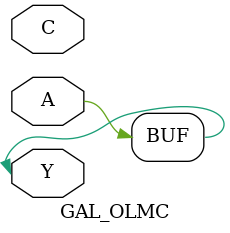
<source format=v>
module GAL_SOP (A, Y);

parameter WIDTH = 0;
parameter DEPTH = 0;
parameter TABLE = 0;

input [WIDTH-1:0] A;
output reg Y;

integer i, j;
reg match;

always @* begin
	Y = 0;
	for (i = 0; i < DEPTH; i=i+1) begin
		match = 1;
		for (j = 0; j < WIDTH; j=j+1) begin
			if (TABLE[2*WIDTH*i + 2*j + 0] && A[j]) match = 0;
			if (TABLE[2*WIDTH*i + 2*j + 1] && !A[j]) match = 0;
		end
		if (match) Y = 1;
	end
end

endmodule

/*module DFF_P (C, D, Q);

input C, D;
output reg Q;

always @ (posedge C)
	Q <= D;

endmodule

module NDFF_P (C, D, Q);

input C, D;
output reg Q;

always @ (posedge C)
	Q <= !D;

endmodule*/

module GAL_INPUT (A, Y);

input A;
output Y;

assign Y = A;

endmodule

module GAL_OLMC (C, A, Y);

parameter REGISTERED = 0;
parameter INVERTED = 0;

input C, A;
inout reg Y;

generate
	if (REGISTERED == 1) begin
		always @ (posedge C) begin
			Y <= (INVERTED == 0) ? A : !A;
		end
	end else begin
		always @ (*) begin
			Y <= (INVERTED == 0) ? A : !A;
		end
	end
endgenerate

endmodule

</source>
